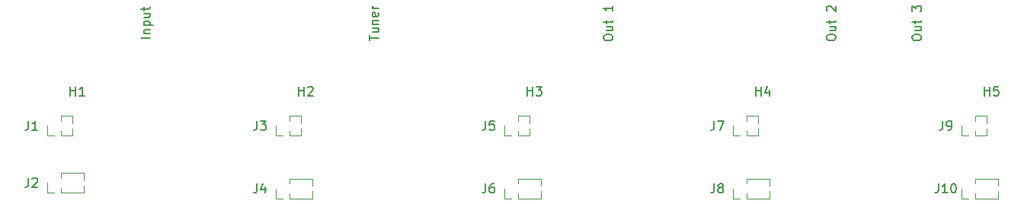
<source format=gbr>
G04 #@! TF.GenerationSoftware,KiCad,Pcbnew,(5.1.0-0)*
G04 #@! TF.CreationDate,2019-03-17T19:53:17-07:00*
G04 #@! TF.ProjectId,Jack Board,4a61636b-2042-46f6-9172-642e6b696361,rev?*
G04 #@! TF.SameCoordinates,Original*
G04 #@! TF.FileFunction,Legend,Top*
G04 #@! TF.FilePolarity,Positive*
%FSLAX46Y46*%
G04 Gerber Fmt 4.6, Leading zero omitted, Abs format (unit mm)*
G04 Created by KiCad (PCBNEW (5.1.0-0)) date 2019-03-17 19:53:17*
%MOMM*%
%LPD*%
G04 APERTURE LIST*
%ADD10C,0.120000*%
%ADD11C,0.150000*%
G04 APERTURE END LIST*
D10*
X199900000Y-121125000D02*
X199900000Y-120015000D01*
X200660000Y-121125000D02*
X199900000Y-121125000D01*
X201420000Y-119451529D02*
X201420000Y-118905000D01*
X201420000Y-121125000D02*
X201420000Y-120578471D01*
X201420000Y-118905000D02*
X203895000Y-118905000D01*
X201420000Y-121125000D02*
X203895000Y-121125000D01*
X203895000Y-119707470D02*
X203895000Y-118905000D01*
X203895000Y-121125000D02*
X203895000Y-120322530D01*
X199900000Y-114140000D02*
X199900000Y-113030000D01*
X200660000Y-114140000D02*
X199900000Y-114140000D01*
X201420000Y-112466529D02*
X201420000Y-111920000D01*
X201420000Y-114140000D02*
X201420000Y-113593471D01*
X201420000Y-111920000D02*
X202625000Y-111920000D01*
X201420000Y-114140000D02*
X202625000Y-114140000D01*
X202625000Y-112722470D02*
X202625000Y-111920000D01*
X202625000Y-114140000D02*
X202625000Y-113337530D01*
X174500000Y-121125000D02*
X174500000Y-120015000D01*
X175260000Y-121125000D02*
X174500000Y-121125000D01*
X176020000Y-119451529D02*
X176020000Y-118905000D01*
X176020000Y-121125000D02*
X176020000Y-120578471D01*
X176020000Y-118905000D02*
X178495000Y-118905000D01*
X176020000Y-121125000D02*
X178495000Y-121125000D01*
X178495000Y-119707470D02*
X178495000Y-118905000D01*
X178495000Y-121125000D02*
X178495000Y-120322530D01*
X174500000Y-114140000D02*
X174500000Y-113030000D01*
X175260000Y-114140000D02*
X174500000Y-114140000D01*
X176020000Y-112466529D02*
X176020000Y-111920000D01*
X176020000Y-114140000D02*
X176020000Y-113593471D01*
X176020000Y-111920000D02*
X177225000Y-111920000D01*
X176020000Y-114140000D02*
X177225000Y-114140000D01*
X177225000Y-112722470D02*
X177225000Y-111920000D01*
X177225000Y-114140000D02*
X177225000Y-113337530D01*
X149100000Y-121125000D02*
X149100000Y-120015000D01*
X149860000Y-121125000D02*
X149100000Y-121125000D01*
X150620000Y-119451529D02*
X150620000Y-118905000D01*
X150620000Y-121125000D02*
X150620000Y-120578471D01*
X150620000Y-118905000D02*
X153095000Y-118905000D01*
X150620000Y-121125000D02*
X153095000Y-121125000D01*
X153095000Y-119707470D02*
X153095000Y-118905000D01*
X153095000Y-121125000D02*
X153095000Y-120322530D01*
X149100000Y-114140000D02*
X149100000Y-113030000D01*
X149860000Y-114140000D02*
X149100000Y-114140000D01*
X150620000Y-112466529D02*
X150620000Y-111920000D01*
X150620000Y-114140000D02*
X150620000Y-113593471D01*
X150620000Y-111920000D02*
X151825000Y-111920000D01*
X150620000Y-114140000D02*
X151825000Y-114140000D01*
X151825000Y-112722470D02*
X151825000Y-111920000D01*
X151825000Y-114140000D02*
X151825000Y-113337530D01*
X123700000Y-121125000D02*
X123700000Y-120015000D01*
X124460000Y-121125000D02*
X123700000Y-121125000D01*
X125220000Y-119451529D02*
X125220000Y-118905000D01*
X125220000Y-121125000D02*
X125220000Y-120578471D01*
X125220000Y-118905000D02*
X127695000Y-118905000D01*
X125220000Y-121125000D02*
X127695000Y-121125000D01*
X127695000Y-119707470D02*
X127695000Y-118905000D01*
X127695000Y-121125000D02*
X127695000Y-120322530D01*
X123700000Y-114140000D02*
X123700000Y-113030000D01*
X124460000Y-114140000D02*
X123700000Y-114140000D01*
X125220000Y-112466529D02*
X125220000Y-111920000D01*
X125220000Y-114140000D02*
X125220000Y-113593471D01*
X125220000Y-111920000D02*
X126425000Y-111920000D01*
X125220000Y-114140000D02*
X126425000Y-114140000D01*
X126425000Y-112722470D02*
X126425000Y-111920000D01*
X126425000Y-114140000D02*
X126425000Y-113337530D01*
X98300000Y-120490000D02*
X98300000Y-119380000D01*
X99060000Y-120490000D02*
X98300000Y-120490000D01*
X99820000Y-118816529D02*
X99820000Y-118270000D01*
X99820000Y-120490000D02*
X99820000Y-119943471D01*
X99820000Y-118270000D02*
X102295000Y-118270000D01*
X99820000Y-120490000D02*
X102295000Y-120490000D01*
X102295000Y-119072470D02*
X102295000Y-118270000D01*
X102295000Y-120490000D02*
X102295000Y-119687530D01*
X98300000Y-114140000D02*
X98300000Y-113030000D01*
X99060000Y-114140000D02*
X98300000Y-114140000D01*
X99820000Y-112466529D02*
X99820000Y-111920000D01*
X99820000Y-114140000D02*
X99820000Y-113593471D01*
X99820000Y-111920000D02*
X101025000Y-111920000D01*
X99820000Y-114140000D02*
X101025000Y-114140000D01*
X101025000Y-112722470D02*
X101025000Y-111920000D01*
X101025000Y-114140000D02*
X101025000Y-113337530D01*
D11*
X197310476Y-119467380D02*
X197310476Y-120181666D01*
X197262857Y-120324523D01*
X197167619Y-120419761D01*
X197024761Y-120467380D01*
X196929523Y-120467380D01*
X198310476Y-120467380D02*
X197739047Y-120467380D01*
X198024761Y-120467380D02*
X198024761Y-119467380D01*
X197929523Y-119610238D01*
X197834285Y-119705476D01*
X197739047Y-119753095D01*
X198929523Y-119467380D02*
X199024761Y-119467380D01*
X199120000Y-119515000D01*
X199167619Y-119562619D01*
X199215238Y-119657857D01*
X199262857Y-119848333D01*
X199262857Y-120086428D01*
X199215238Y-120276904D01*
X199167619Y-120372142D01*
X199120000Y-120419761D01*
X199024761Y-120467380D01*
X198929523Y-120467380D01*
X198834285Y-120419761D01*
X198786666Y-120372142D01*
X198739047Y-120276904D01*
X198691428Y-120086428D01*
X198691428Y-119848333D01*
X198739047Y-119657857D01*
X198786666Y-119562619D01*
X198834285Y-119515000D01*
X198929523Y-119467380D01*
X177038095Y-109672380D02*
X177038095Y-108672380D01*
X177038095Y-109148571D02*
X177609523Y-109148571D01*
X177609523Y-109672380D02*
X177609523Y-108672380D01*
X178514285Y-109005714D02*
X178514285Y-109672380D01*
X178276190Y-108624761D02*
X178038095Y-109339047D01*
X178657142Y-109339047D01*
X184872380Y-103290476D02*
X184872380Y-103100000D01*
X184920000Y-103004761D01*
X185015238Y-102909523D01*
X185205714Y-102861904D01*
X185539047Y-102861904D01*
X185729523Y-102909523D01*
X185824761Y-103004761D01*
X185872380Y-103100000D01*
X185872380Y-103290476D01*
X185824761Y-103385714D01*
X185729523Y-103480952D01*
X185539047Y-103528571D01*
X185205714Y-103528571D01*
X185015238Y-103480952D01*
X184920000Y-103385714D01*
X184872380Y-103290476D01*
X185205714Y-102004761D02*
X185872380Y-102004761D01*
X185205714Y-102433333D02*
X185729523Y-102433333D01*
X185824761Y-102385714D01*
X185872380Y-102290476D01*
X185872380Y-102147619D01*
X185824761Y-102052380D01*
X185777142Y-102004761D01*
X185205714Y-101671428D02*
X185205714Y-101290476D01*
X184872380Y-101528571D02*
X185729523Y-101528571D01*
X185824761Y-101480952D01*
X185872380Y-101385714D01*
X185872380Y-101290476D01*
X184967619Y-100242857D02*
X184920000Y-100195238D01*
X184872380Y-100100000D01*
X184872380Y-99861904D01*
X184920000Y-99766666D01*
X184967619Y-99719047D01*
X185062857Y-99671428D01*
X185158095Y-99671428D01*
X185300952Y-99719047D01*
X185872380Y-100290476D01*
X185872380Y-99671428D01*
X151638095Y-109672380D02*
X151638095Y-108672380D01*
X151638095Y-109148571D02*
X152209523Y-109148571D01*
X152209523Y-109672380D02*
X152209523Y-108672380D01*
X152590476Y-108672380D02*
X153209523Y-108672380D01*
X152876190Y-109053333D01*
X153019047Y-109053333D01*
X153114285Y-109100952D01*
X153161904Y-109148571D01*
X153209523Y-109243809D01*
X153209523Y-109481904D01*
X153161904Y-109577142D01*
X153114285Y-109624761D01*
X153019047Y-109672380D01*
X152733333Y-109672380D01*
X152638095Y-109624761D01*
X152590476Y-109577142D01*
X160107380Y-103290476D02*
X160107380Y-103100000D01*
X160155000Y-103004761D01*
X160250238Y-102909523D01*
X160440714Y-102861904D01*
X160774047Y-102861904D01*
X160964523Y-102909523D01*
X161059761Y-103004761D01*
X161107380Y-103100000D01*
X161107380Y-103290476D01*
X161059761Y-103385714D01*
X160964523Y-103480952D01*
X160774047Y-103528571D01*
X160440714Y-103528571D01*
X160250238Y-103480952D01*
X160155000Y-103385714D01*
X160107380Y-103290476D01*
X160440714Y-102004761D02*
X161107380Y-102004761D01*
X160440714Y-102433333D02*
X160964523Y-102433333D01*
X161059761Y-102385714D01*
X161107380Y-102290476D01*
X161107380Y-102147619D01*
X161059761Y-102052380D01*
X161012142Y-102004761D01*
X160440714Y-101671428D02*
X160440714Y-101290476D01*
X160107380Y-101528571D02*
X160964523Y-101528571D01*
X161059761Y-101480952D01*
X161107380Y-101385714D01*
X161107380Y-101290476D01*
X161107380Y-99671428D02*
X161107380Y-100242857D01*
X161107380Y-99957142D02*
X160107380Y-99957142D01*
X160250238Y-100052380D01*
X160345476Y-100147619D01*
X160393095Y-100242857D01*
X126238095Y-109672380D02*
X126238095Y-108672380D01*
X126238095Y-109148571D02*
X126809523Y-109148571D01*
X126809523Y-109672380D02*
X126809523Y-108672380D01*
X127238095Y-108767619D02*
X127285714Y-108720000D01*
X127380952Y-108672380D01*
X127619047Y-108672380D01*
X127714285Y-108720000D01*
X127761904Y-108767619D01*
X127809523Y-108862857D01*
X127809523Y-108958095D01*
X127761904Y-109100952D01*
X127190476Y-109672380D01*
X127809523Y-109672380D01*
X134072380Y-103528571D02*
X134072380Y-102957142D01*
X135072380Y-103242857D02*
X134072380Y-103242857D01*
X134405714Y-102195238D02*
X135072380Y-102195238D01*
X134405714Y-102623809D02*
X134929523Y-102623809D01*
X135024761Y-102576190D01*
X135072380Y-102480952D01*
X135072380Y-102338095D01*
X135024761Y-102242857D01*
X134977142Y-102195238D01*
X134405714Y-101719047D02*
X135072380Y-101719047D01*
X134500952Y-101719047D02*
X134453333Y-101671428D01*
X134405714Y-101576190D01*
X134405714Y-101433333D01*
X134453333Y-101338095D01*
X134548571Y-101290476D01*
X135072380Y-101290476D01*
X135024761Y-100433333D02*
X135072380Y-100528571D01*
X135072380Y-100719047D01*
X135024761Y-100814285D01*
X134929523Y-100861904D01*
X134548571Y-100861904D01*
X134453333Y-100814285D01*
X134405714Y-100719047D01*
X134405714Y-100528571D01*
X134453333Y-100433333D01*
X134548571Y-100385714D01*
X134643809Y-100385714D01*
X134739047Y-100861904D01*
X135072380Y-99957142D02*
X134405714Y-99957142D01*
X134596190Y-99957142D02*
X134500952Y-99909523D01*
X134453333Y-99861904D01*
X134405714Y-99766666D01*
X134405714Y-99671428D01*
X100838095Y-109672380D02*
X100838095Y-108672380D01*
X100838095Y-109148571D02*
X101409523Y-109148571D01*
X101409523Y-109672380D02*
X101409523Y-108672380D01*
X102409523Y-109672380D02*
X101838095Y-109672380D01*
X102123809Y-109672380D02*
X102123809Y-108672380D01*
X102028571Y-108815238D01*
X101933333Y-108910476D01*
X101838095Y-108958095D01*
X109672380Y-103242857D02*
X108672380Y-103242857D01*
X109005714Y-102766666D02*
X109672380Y-102766666D01*
X109100952Y-102766666D02*
X109053333Y-102719047D01*
X109005714Y-102623809D01*
X109005714Y-102480952D01*
X109053333Y-102385714D01*
X109148571Y-102338095D01*
X109672380Y-102338095D01*
X109005714Y-101861904D02*
X110005714Y-101861904D01*
X109053333Y-101861904D02*
X109005714Y-101766666D01*
X109005714Y-101576190D01*
X109053333Y-101480952D01*
X109100952Y-101433333D01*
X109196190Y-101385714D01*
X109481904Y-101385714D01*
X109577142Y-101433333D01*
X109624761Y-101480952D01*
X109672380Y-101576190D01*
X109672380Y-101766666D01*
X109624761Y-101861904D01*
X109005714Y-100528571D02*
X109672380Y-100528571D01*
X109005714Y-100957142D02*
X109529523Y-100957142D01*
X109624761Y-100909523D01*
X109672380Y-100814285D01*
X109672380Y-100671428D01*
X109624761Y-100576190D01*
X109577142Y-100528571D01*
X109005714Y-100195238D02*
X109005714Y-99814285D01*
X108672380Y-100052380D02*
X109529523Y-100052380D01*
X109624761Y-100004761D01*
X109672380Y-99909523D01*
X109672380Y-99814285D01*
X197786666Y-112482380D02*
X197786666Y-113196666D01*
X197739047Y-113339523D01*
X197643809Y-113434761D01*
X197500952Y-113482380D01*
X197405714Y-113482380D01*
X198310476Y-113482380D02*
X198500952Y-113482380D01*
X198596190Y-113434761D01*
X198643809Y-113387142D01*
X198739047Y-113244285D01*
X198786666Y-113053809D01*
X198786666Y-112672857D01*
X198739047Y-112577619D01*
X198691428Y-112530000D01*
X198596190Y-112482380D01*
X198405714Y-112482380D01*
X198310476Y-112530000D01*
X198262857Y-112577619D01*
X198215238Y-112672857D01*
X198215238Y-112910952D01*
X198262857Y-113006190D01*
X198310476Y-113053809D01*
X198405714Y-113101428D01*
X198596190Y-113101428D01*
X198691428Y-113053809D01*
X198739047Y-113006190D01*
X198786666Y-112910952D01*
X202438095Y-109672380D02*
X202438095Y-108672380D01*
X202438095Y-109148571D02*
X203009523Y-109148571D01*
X203009523Y-109672380D02*
X203009523Y-108672380D01*
X203961904Y-108672380D02*
X203485714Y-108672380D01*
X203438095Y-109148571D01*
X203485714Y-109100952D01*
X203580952Y-109053333D01*
X203819047Y-109053333D01*
X203914285Y-109100952D01*
X203961904Y-109148571D01*
X204009523Y-109243809D01*
X204009523Y-109481904D01*
X203961904Y-109577142D01*
X203914285Y-109624761D01*
X203819047Y-109672380D01*
X203580952Y-109672380D01*
X203485714Y-109624761D01*
X203438095Y-109577142D01*
X194397380Y-103290476D02*
X194397380Y-103100000D01*
X194445000Y-103004761D01*
X194540238Y-102909523D01*
X194730714Y-102861904D01*
X195064047Y-102861904D01*
X195254523Y-102909523D01*
X195349761Y-103004761D01*
X195397380Y-103100000D01*
X195397380Y-103290476D01*
X195349761Y-103385714D01*
X195254523Y-103480952D01*
X195064047Y-103528571D01*
X194730714Y-103528571D01*
X194540238Y-103480952D01*
X194445000Y-103385714D01*
X194397380Y-103290476D01*
X194730714Y-102004761D02*
X195397380Y-102004761D01*
X194730714Y-102433333D02*
X195254523Y-102433333D01*
X195349761Y-102385714D01*
X195397380Y-102290476D01*
X195397380Y-102147619D01*
X195349761Y-102052380D01*
X195302142Y-102004761D01*
X194730714Y-101671428D02*
X194730714Y-101290476D01*
X194397380Y-101528571D02*
X195254523Y-101528571D01*
X195349761Y-101480952D01*
X195397380Y-101385714D01*
X195397380Y-101290476D01*
X194397380Y-100290476D02*
X194397380Y-99671428D01*
X194778333Y-100004761D01*
X194778333Y-99861904D01*
X194825952Y-99766666D01*
X194873571Y-99719047D01*
X194968809Y-99671428D01*
X195206904Y-99671428D01*
X195302142Y-99719047D01*
X195349761Y-99766666D01*
X195397380Y-99861904D01*
X195397380Y-100147619D01*
X195349761Y-100242857D01*
X195302142Y-100290476D01*
X172386666Y-119467380D02*
X172386666Y-120181666D01*
X172339047Y-120324523D01*
X172243809Y-120419761D01*
X172100952Y-120467380D01*
X172005714Y-120467380D01*
X173005714Y-119895952D02*
X172910476Y-119848333D01*
X172862857Y-119800714D01*
X172815238Y-119705476D01*
X172815238Y-119657857D01*
X172862857Y-119562619D01*
X172910476Y-119515000D01*
X173005714Y-119467380D01*
X173196190Y-119467380D01*
X173291428Y-119515000D01*
X173339047Y-119562619D01*
X173386666Y-119657857D01*
X173386666Y-119705476D01*
X173339047Y-119800714D01*
X173291428Y-119848333D01*
X173196190Y-119895952D01*
X173005714Y-119895952D01*
X172910476Y-119943571D01*
X172862857Y-119991190D01*
X172815238Y-120086428D01*
X172815238Y-120276904D01*
X172862857Y-120372142D01*
X172910476Y-120419761D01*
X173005714Y-120467380D01*
X173196190Y-120467380D01*
X173291428Y-120419761D01*
X173339047Y-120372142D01*
X173386666Y-120276904D01*
X173386666Y-120086428D01*
X173339047Y-119991190D01*
X173291428Y-119943571D01*
X173196190Y-119895952D01*
X172386666Y-112482380D02*
X172386666Y-113196666D01*
X172339047Y-113339523D01*
X172243809Y-113434761D01*
X172100952Y-113482380D01*
X172005714Y-113482380D01*
X172767619Y-112482380D02*
X173434285Y-112482380D01*
X173005714Y-113482380D01*
X146986666Y-119467380D02*
X146986666Y-120181666D01*
X146939047Y-120324523D01*
X146843809Y-120419761D01*
X146700952Y-120467380D01*
X146605714Y-120467380D01*
X147891428Y-119467380D02*
X147700952Y-119467380D01*
X147605714Y-119515000D01*
X147558095Y-119562619D01*
X147462857Y-119705476D01*
X147415238Y-119895952D01*
X147415238Y-120276904D01*
X147462857Y-120372142D01*
X147510476Y-120419761D01*
X147605714Y-120467380D01*
X147796190Y-120467380D01*
X147891428Y-120419761D01*
X147939047Y-120372142D01*
X147986666Y-120276904D01*
X147986666Y-120038809D01*
X147939047Y-119943571D01*
X147891428Y-119895952D01*
X147796190Y-119848333D01*
X147605714Y-119848333D01*
X147510476Y-119895952D01*
X147462857Y-119943571D01*
X147415238Y-120038809D01*
X146986666Y-112482380D02*
X146986666Y-113196666D01*
X146939047Y-113339523D01*
X146843809Y-113434761D01*
X146700952Y-113482380D01*
X146605714Y-113482380D01*
X147939047Y-112482380D02*
X147462857Y-112482380D01*
X147415238Y-112958571D01*
X147462857Y-112910952D01*
X147558095Y-112863333D01*
X147796190Y-112863333D01*
X147891428Y-112910952D01*
X147939047Y-112958571D01*
X147986666Y-113053809D01*
X147986666Y-113291904D01*
X147939047Y-113387142D01*
X147891428Y-113434761D01*
X147796190Y-113482380D01*
X147558095Y-113482380D01*
X147462857Y-113434761D01*
X147415238Y-113387142D01*
X121586666Y-119467380D02*
X121586666Y-120181666D01*
X121539047Y-120324523D01*
X121443809Y-120419761D01*
X121300952Y-120467380D01*
X121205714Y-120467380D01*
X122491428Y-119800714D02*
X122491428Y-120467380D01*
X122253333Y-119419761D02*
X122015238Y-120134047D01*
X122634285Y-120134047D01*
X121586666Y-112482380D02*
X121586666Y-113196666D01*
X121539047Y-113339523D01*
X121443809Y-113434761D01*
X121300952Y-113482380D01*
X121205714Y-113482380D01*
X121967619Y-112482380D02*
X122586666Y-112482380D01*
X122253333Y-112863333D01*
X122396190Y-112863333D01*
X122491428Y-112910952D01*
X122539047Y-112958571D01*
X122586666Y-113053809D01*
X122586666Y-113291904D01*
X122539047Y-113387142D01*
X122491428Y-113434761D01*
X122396190Y-113482380D01*
X122110476Y-113482380D01*
X122015238Y-113434761D01*
X121967619Y-113387142D01*
X96186666Y-118832380D02*
X96186666Y-119546666D01*
X96139047Y-119689523D01*
X96043809Y-119784761D01*
X95900952Y-119832380D01*
X95805714Y-119832380D01*
X96615238Y-118927619D02*
X96662857Y-118880000D01*
X96758095Y-118832380D01*
X96996190Y-118832380D01*
X97091428Y-118880000D01*
X97139047Y-118927619D01*
X97186666Y-119022857D01*
X97186666Y-119118095D01*
X97139047Y-119260952D01*
X96567619Y-119832380D01*
X97186666Y-119832380D01*
X96186666Y-112482380D02*
X96186666Y-113196666D01*
X96139047Y-113339523D01*
X96043809Y-113434761D01*
X95900952Y-113482380D01*
X95805714Y-113482380D01*
X97186666Y-113482380D02*
X96615238Y-113482380D01*
X96900952Y-113482380D02*
X96900952Y-112482380D01*
X96805714Y-112625238D01*
X96710476Y-112720476D01*
X96615238Y-112768095D01*
M02*

</source>
